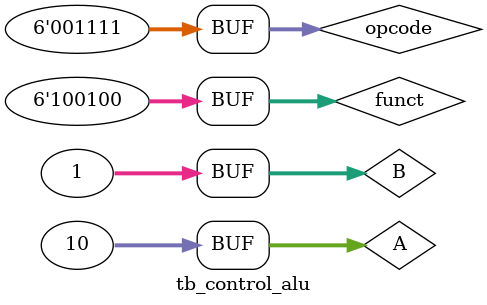
<source format=v>
`timescale 1ns / 1ps


module tb_control_alu;

	// Inputs
	reg [5:0] opcode;
	reg [31:0] A;
	reg [31:0] B;
	reg [5:0] funct;

	// Outputs
	wire [31:0] alu_res;
	wire zero;

	// Instantiate the Unit Under Test (UUT)
	control_alu uut (
		.opcode(opcode), 
		.A(A), 
		.B(B), 
		.alu_res(alu_res), 
		.zero(zero), 
		.funct(funct)
	);

	initial begin
		// Initialize Inputs
		opcode = 0;
		A = 0;
		B = 0;
		funct = 0;

		// Wait 100 ns for global reset to finish
		#100;
      // Assign A & B 
		A = 10; B = 10;
		#10;
		// Opcode set to 0, funct = 0, no OP
		#10;
		// Set funct to add
		funct = 6'h20;
		#10;
		// Div
		funct = 6'h1A;
		#10;
		// Mult
		funct = 6'h18;
		#10;
		// Sub
		funct = 6'h22;
		#10;	
		// Or
		funct = 6'h25;
		#10;
		// And
		funct = 6'h24;
		#10;
		// LLI
		opcode = 6'h0x0F;
		B = 32'h0x00000001;
		#10;
		// Add stimulus here

	end
      
endmodule


</source>
